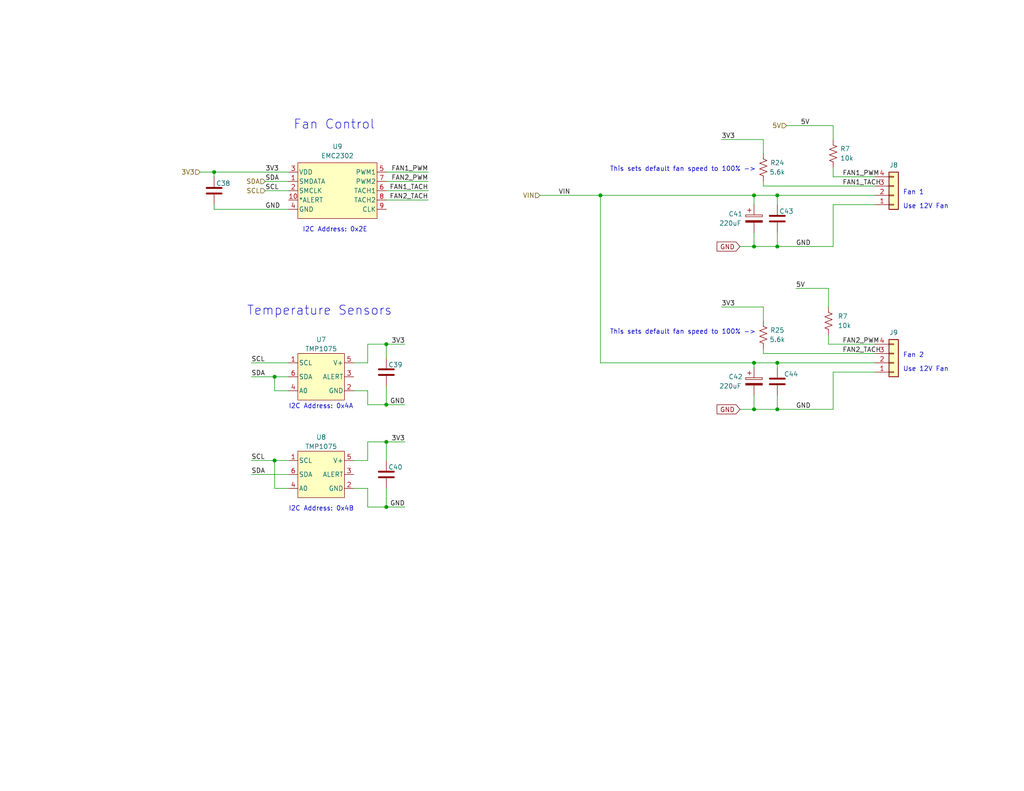
<source format=kicad_sch>
(kicad_sch (version 20231120) (generator "eeschema") (generator_version "8.0")
  (paper "A")
  (title_block (title "bitaxeHex") (date "2024-03-09") (rev "303"))
  (lib_symbols
    (symbol "Connector_Generic:Conn_01x04" (pin_names (offset 1.016) hide)
      (property "Reference" "J" (at 0 5.08 0))
      (property "Value" "Conn_01x04" (at 0 -7.62 0))
      (symbol "Conn_01x04_1_1"
        (rectangle (start -1.27 -4.953) (end 0 -5.207) (stroke (width 0.1524)))
        (rectangle (start -1.27 -2.413) (end 0 -2.667) (stroke (width 0.1524)))
        (rectangle (start -1.27 0.127) (end 0 -0.127) (stroke (width 0.1524)))
        (rectangle (start -1.27 2.667) (end 0 2.413) (stroke (width 0.1524)))
        (rectangle (start -1.27 3.81) (end 1.27 -6.35) (stroke (width 0.254)) (fill (type background)))
        (pin passive line (at -5.08 2.54 0) (length 3.81) (name "Pin_1") (number "1"))
        (pin passive line (at -5.08 0 0) (length 3.81) (name "Pin_2") (number "2"))
        (pin passive line (at -5.08 -2.54 0) (length 3.81) (name "Pin_3") (number "3"))
        (pin passive line (at -5.08 -5.08 0) (length 3.81) (name "Pin_4") (number "4"))
      )
    )
    (symbol "Device:C" (pin_numbers hide) (pin_names (offset 0.254))
      (property "Reference" "C" (at 0.635 2.54 0))
      (property "Value" "C" (at 0.635 -2.54 0))
      (symbol "C_0_1"
        (polyline (pts (xy -2.032 -0.762) (xy 2.032 -0.762)) (stroke (width 0.508)))
        (polyline (pts (xy -2.032 0.762) (xy 2.032 0.762)) (stroke (width 0.508)))
      )
      (symbol "C_1_1"
        (pin passive line (at 0 3.81 270) (length 2.794) (name "~") (number "1"))
        (pin passive line (at 0 -3.81 90) (length 2.794) (name "~") (number "2"))
      )
    )
    (symbol "Device:C_Polarized" (pin_numbers hide) (pin_names (offset 0.254))
      (property "Reference" "C" (at 0.635 2.54 0))
      (property "Value" "C_Polarized" (at 0.635 -2.54 0))
      (symbol "C_Polarized_0_1"
        (rectangle (start -2.286 0.508) (end 2.286 1.016))
        (polyline (pts (xy -1.778 2.286) (xy -0.762 2.286)))
        (polyline (pts (xy -1.27 2.794) (xy -1.27 1.778)))
        (rectangle (start 2.286 -0.508) (end -2.286 -1.016) (fill (type outline)))
      )
      (symbol "C_Polarized_1_1"
        (pin passive line (at 0 3.81 270) (length 2.794) (name "~") (number "1"))
        (pin passive line (at 0 -3.81 90) (length 2.794) (name "~") (number "2"))
      )
    )
    (symbol "Device:R_US" (pin_numbers hide) (pin_names (offset 0))
      (property "Reference" "R" (at 2.54 0 90))
      (property "Value" "R_US" (at -2.54 0 90))
      (symbol "R_US_0_1"
        (polyline (pts (xy 0 -2.286) (xy 0 -2.54)))
        (polyline (pts (xy 0 2.286) (xy 0 2.54)))
        (polyline (pts (xy 0 -0.762) (xy 1.016 -1.143) (xy 0 -1.524) (xy -1.016 -1.905) (xy 0 -2.286)))
        (polyline (pts (xy 0 0.762) (xy 1.016 0.381) (xy 0 0) (xy -1.016 -0.381) (xy 0 -0.762)))
        (polyline (pts (xy 0 2.286) (xy 1.016 1.905) (xy 0 1.524) (xy -1.016 1.143) (xy 0 0.762)))
      )
      (symbol "R_US_1_1"
        (pin passive line (at 0 3.81 270) (length 1.27) (name "~") (number "1"))
        (pin passive line (at 0 -3.81 90) (length 1.27) (name "~") (number "2"))
      )
    )
    (symbol "TMP1075NDRLR_1" (pin_names (offset 0.254))
      (property "Reference" "U15" (at 0 9.525 0))
      (property "Value" "TMP1075" (at 0 6.985 0))
      (symbol "TMP1075NDRLR_1_1_1"
        (rectangle (start -6.35 5.08) (end 6.35 -7.62) (fill (type background)))
        (pin input line (at -8.89 2.54 0) (length 2.54) (name "SCL") (number "1"))
        (pin power_out line (at 8.89 -5.08 180) (length 2.54) (name "GND") (number "2"))
        (pin output line (at 8.89 -1.27 180) (length 2.54) (name "ALERT") (number "3"))
        (pin input line (at -8.89 -5.08 0) (length 2.54) (name "A0") (number "4"))
        (pin power_in line (at 8.89 2.54 180) (length 2.54) (name "V+") (number "5"))
        (pin bidirectional line (at -8.89 -1.27 0) (length 2.54) (name "SDA") (number "6"))
      )
    )
    (symbol "bitaxe:EMC2302-2-AIZL-TR" (pin_names (offset 0.254))
      (property "Reference" "U" (at -8.89 8.89 0))
      (property "Value" "EMC2302-2-AIZL-TR" (at 7.62 -8.89 0))
      (symbol "EMC2302-2-AIZL-TR_0_1"
        (pin bidirectional line (at -11.43 2.54 0) (length 2.54) (name "SMDATA") (number "1"))
        (pin output line (at -11.43 -2.54 0) (length 2.54) (name "*ALERT") (number "10"))
        (pin input line (at -11.43 0 0) (length 2.54) (name "SMCLK") (number "2"))
        (pin power_in line (at -11.43 5.08 0) (length 2.54) (name "VDD") (number "3"))
        (pin power_in line (at -11.43 -5.08 0) (length 2.54) (name "GND") (number "4"))
        (pin output line (at 15.24 5.08 180) (length 2.54) (name "PWM1") (number "5"))
        (pin input line (at 15.24 0 180) (length 2.54) (name "TACH1") (number "6"))
        (pin output line (at 15.24 2.54 180) (length 2.54) (name "PWM2") (number "7"))
        (pin input line (at 15.24 -2.54 180) (length 2.54) (name "TACH2") (number "8"))
        (pin bidirectional line (at 15.24 -5.08 180) (length 2.54) (name "CLK") (number "9"))
      )
      (symbol "EMC2302-2-AIZL-TR_1_1"
        (rectangle (start -8.89 7.62) (end 12.7 -7.62) (fill (type background)))
      )
    )
  )
  (junction (at 205.74 111.76))
  (junction (at 212.09 111.76))
  (junction (at 58.42 46.99))
  (junction (at 105.41 110.49))
  (junction (at 205.74 99.06))
  (junction (at 74.93 125.73))
  (junction (at 212.09 53.34))
  (junction (at 212.09 99.06))
  (junction (at 205.74 53.34))
  (junction (at 105.41 120.65))
  (junction (at 163.83 53.34))
  (junction (at 105.41 138.43))
  (junction (at 74.93 102.87))
  (junction (at 105.41 93.98))
  (junction (at 205.74 67.31))
  (junction (at 212.09 67.31))
  (wire (pts (xy 58.42 55.88) (xy 58.42 57.15)))
  (wire (pts (xy 100.33 120.65) (xy 105.41 120.65)))
  (wire (pts (xy 205.74 107.95) (xy 205.74 111.76)))
  (wire (pts (xy 54.61 46.99) (xy 58.42 46.99)))
  (wire (pts (xy 72.39 52.07) (xy 78.74 52.07)))
  (wire (pts (xy 205.74 63.5) (xy 205.74 67.31)))
  (wire (pts (xy 227.33 38.1) (xy 227.33 34.29)))
  (wire (pts (xy 72.39 49.53) (xy 78.74 49.53)))
  (wire (pts (xy 208.28 95.25) (xy 208.28 96.52)))
  (wire (pts (xy 100.33 110.49) (xy 105.41 110.49)))
  (wire (pts (xy 205.74 99.06) (xy 212.09 99.06)))
  (wire (pts (xy 205.74 67.31) (xy 212.09 67.31)))
  (wire (pts (xy 58.42 46.99) (xy 78.74 46.99)))
  (wire (pts (xy 74.93 125.73) (xy 78.74 125.73)))
  (wire (pts (xy 201.93 111.76) (xy 205.74 111.76)))
  (wire (pts (xy 212.09 99.06) (xy 238.76 99.06)))
  (wire (pts (xy 105.41 54.61) (xy 116.84 54.61)))
  (wire (pts (xy 217.17 78.74) (xy 226.06 78.74)))
  (wire (pts (xy 100.33 93.98) (xy 105.41 93.98)))
  (wire (pts (xy 105.41 46.99) (xy 116.84 46.99)))
  (wire (pts (xy 68.58 125.73) (xy 74.93 125.73)))
  (wire (pts (xy 227.33 45.72) (xy 227.33 48.26)))
  (wire (pts (xy 100.33 99.06) (xy 100.33 93.98)))
  (wire (pts (xy 96.52 106.68) (xy 100.33 106.68)))
  (wire (pts (xy 226.06 91.44) (xy 226.06 93.98)))
  (wire (pts (xy 208.28 87.63) (xy 208.28 83.82)))
  (wire (pts (xy 208.28 50.8) (xy 238.76 50.8)))
  (wire (pts (xy 74.93 125.73) (xy 74.93 133.35)))
  (wire (pts (xy 205.74 53.34) (xy 212.09 53.34)))
  (wire (pts (xy 96.52 99.06) (xy 100.33 99.06)))
  (wire (pts (xy 205.74 111.76) (xy 212.09 111.76)))
  (wire (pts (xy 100.33 133.35) (xy 100.33 138.43)))
  (wire (pts (xy 227.33 55.88) (xy 227.33 67.31)))
  (wire (pts (xy 208.28 41.91) (xy 208.28 38.1)))
  (wire (pts (xy 105.41 120.65) (xy 110.49 120.65)))
  (wire (pts (xy 74.93 106.68) (xy 74.93 102.87)))
  (wire (pts (xy 100.33 138.43) (xy 105.41 138.43)))
  (wire (pts (xy 78.74 133.35) (xy 74.93 133.35)))
  (wire (pts (xy 163.83 53.34) (xy 205.74 53.34)))
  (wire (pts (xy 212.09 99.06) (xy 212.09 100.33)))
  (wire (pts (xy 74.93 102.87) (xy 78.74 102.87)))
  (wire (pts (xy 227.33 48.26) (xy 238.76 48.26)))
  (wire (pts (xy 205.74 99.06) (xy 205.74 100.33)))
  (wire (pts (xy 226.06 93.98) (xy 238.76 93.98)))
  (wire (pts (xy 105.41 110.49) (xy 110.49 110.49)))
  (wire (pts (xy 105.41 133.35) (xy 105.41 138.43)))
  (wire (pts (xy 105.41 120.65) (xy 105.41 125.73)))
  (wire (pts (xy 163.83 53.34) (xy 163.83 99.06)))
  (wire (pts (xy 212.09 111.76) (xy 227.33 111.76)))
  (wire (pts (xy 58.42 57.15) (xy 78.74 57.15)))
  (wire (pts (xy 212.09 53.34) (xy 212.09 55.88)))
  (wire (pts (xy 214.63 34.29) (xy 227.33 34.29)))
  (wire (pts (xy 227.33 55.88) (xy 238.76 55.88)))
  (wire (pts (xy 105.41 52.07) (xy 116.84 52.07)))
  (wire (pts (xy 100.33 106.68) (xy 100.33 110.49)))
  (wire (pts (xy 196.85 38.1) (xy 208.28 38.1)))
  (wire (pts (xy 212.09 53.34) (xy 238.76 53.34)))
  (wire (pts (xy 68.58 102.87) (xy 74.93 102.87)))
  (wire (pts (xy 96.52 125.73) (xy 100.33 125.73)))
  (wire (pts (xy 227.33 101.6) (xy 238.76 101.6)))
  (wire (pts (xy 208.28 49.53) (xy 208.28 50.8)))
  (wire (pts (xy 105.41 93.98) (xy 105.41 97.79)))
  (wire (pts (xy 212.09 107.95) (xy 212.09 111.76)))
  (wire (pts (xy 78.74 106.68) (xy 74.93 106.68)))
  (wire (pts (xy 227.33 101.6) (xy 227.33 111.76)))
  (wire (pts (xy 58.42 46.99) (xy 58.42 48.26)))
  (wire (pts (xy 226.06 78.74) (xy 226.06 83.82)))
  (wire (pts (xy 147.32 53.34) (xy 163.83 53.34)))
  (wire (pts (xy 96.52 133.35) (xy 100.33 133.35)))
  (wire (pts (xy 201.93 67.31) (xy 205.74 67.31)))
  (wire (pts (xy 163.83 99.06) (xy 205.74 99.06)))
  (wire (pts (xy 105.41 138.43) (xy 110.49 138.43)))
  (wire (pts (xy 205.74 53.34) (xy 205.74 55.88)))
  (wire (pts (xy 208.28 96.52) (xy 238.76 96.52)))
  (wire (pts (xy 212.09 67.31) (xy 227.33 67.31)))
  (wire (pts (xy 68.58 99.06) (xy 78.74 99.06)))
  (wire (pts (xy 105.41 49.53) (xy 116.84 49.53)))
  (wire (pts (xy 196.85 83.82) (xy 208.28 83.82)))
  (wire (pts (xy 105.41 93.98) (xy 110.49 93.98)))
  (wire (pts (xy 100.33 125.73) (xy 100.33 120.65)))
  (wire (pts (xy 68.58 129.54) (xy 78.74 129.54)))
  (wire (pts (xy 212.09 63.5) (xy 212.09 67.31)))
  (wire (pts (xy 105.41 105.41) (xy 105.41 110.49)))
  (text "I2C Address: 0x2E" (at 82.55 63.5 0) (effects (font (size 1.27 1.27)) (justify left bottom)))
  (text "Temperature Sensors" (at 67.31 86.36 0) (effects (font (size 2.5 2.5)) (justify left bottom)))
  (text "I2C Address: 0x4A" (at 78.74 111.76 0) (effects (font (size 1.27 1.27)) (justify left bottom)))
  (text "Fan Control" (at 80.01 35.56 0) (effects (font (size 2.5 2.5)) (justify left bottom)))
  (text "Fan 1" (at 246.38 53.34 0) (effects (font (size 1.27 1.27)) (justify left bottom)))
  (text "Use 12V Fan" (at 246.38 57.15 0) (effects (font (size 1.27 1.27)) (justify left bottom)))
  (text "Use 12V Fan" (at 246.38 101.6 0) (effects (font (size 1.27 1.27)) (justify left bottom)))
  (text "This sets default fan speed to 100% ->" (at 166.37 46.99 0) (effects (font (size 1.27 1.27)) (justify left bottom)))
  (text "Fan 2" (at 246.38 97.79 0) (effects (font (size 1.27 1.27)) (justify left bottom)))
  (text "This sets default fan speed to 100% ->" (at 166.37 91.44 0) (effects (font (size 1.27 1.27)) (justify left bottom)))
  (text "I2C Address: 0x4B" (at 78.74 139.7 0) (effects (font (size 1.27 1.27)) (justify left bottom)))
  (label "GND" (at 110.49 110.49 180))
  (label "SCL" (at 72.39 52.07 0))
  (label "GND" (at 72.39 57.15 0))
  (label "FAN1_TACH" (at 116.84 52.07 180))
  (label "3V3" (at 110.49 93.98 180))
  (label "SDA" (at 68.58 129.54 0))
  (label "3V3" (at 196.85 38.1 0))
  (label "SCL" (at 68.58 99.06 0))
  (label "SDA" (at 68.58 102.87 0))
  (label "FAN2_PWM" (at 116.84 49.53 180))
  (label "SCL" (at 68.58 125.73 0))
  (label "GND" (at 217.17 67.31 0))
  (label "5V" (at 218.44 34.29 0))
  (label "FAN1_PWM" (at 229.87 48.26 0))
  (label "FAN1_PWM" (at 116.84 46.99 180))
  (label "FAN2_TACH" (at 229.87 96.52 0))
  (label "SDA" (at 72.39 49.53 0))
  (label "FAN2_TACH" (at 116.84 54.61 180))
  (label "GND" (at 110.49 138.43 180))
  (label "3V3" (at 196.85 83.82 0))
  (label "3V3" (at 110.49 120.65 180))
  (label "GND" (at 217.17 111.76 0))
  (label "3V3" (at 72.39 46.99 0))
  (label "FAN2_PWM" (at 229.87 93.98 0))
  (label "VIN" (at 152.4 53.34 0))
  (label "5V" (at 217.17 78.74 0))
  (label "FAN1_TACH" (at 229.87 50.8 0))
  (global_label "GND" (shape input) (at 201.93 111.76 180) (property "Intersheetrefs" "${INTERSHEET_REFS}" (effects (hide yes))))
  (global_label "GND" (shape input) (at 201.93 67.31 180) (property "Intersheetrefs" "${INTERSHEET_REFS}" (effects (hide yes))))
  (hierarchical_label "5V" (shape input) (at 214.63 34.29 180))
  (hierarchical_label "VIN" (shape input) (at 147.32 53.34 180))
  (hierarchical_label "SCL" (shape input) (at 72.39 52.07 180))
  (hierarchical_label "SDA" (shape input) (at 72.39 49.53 180))
  (hierarchical_label "3V3" (shape input) (at 54.61 46.99 180))
  (symbol (lib_id "bitaxe:EMC2302-2-AIZL-TR") (at 90.17 52.07 0) (unit 1)
    (property "Reference" "U9" (at 92.075 40.005 0))
    (property "Value" "EMC2302" (at 92.075 42.545 0))
    (property "Footprint" "Package_SO:MSOP-10_3x3mm_P0.5mm" (effects (hide yes)))
    (property "Datasheet" "https://ww1.microchip.com/downloads/aemDocuments/documents/MSLD/ProductDocuments/DataSheets/EMC2301-2-3-5-Data-Sheet-DS20006532A.pdf" (effects (hide yes)))
    (property "DK" "EMC2302-2-AIZL-CT-ND" (effects (hide yes)))
    (property "PARTNO" "EMC2302-2-AIZL-TR" (effects (hide yes)))
  )
  (symbol (lib_id "Device:R_US") (at 227.33 41.91 180) (unit 1)
    (property "Reference" "R7" (at 229.235 40.64 0) (effects (justify right)))
    (property "Value" "10k" (at 229.235 43.18 0) (effects (justify right)))
    (property "Footprint" "Resistor_SMD:R_0402_1005Metric" (effects (hide yes)))
    (property "DK" "311-10KJRCT-ND" (effects (hide yes)))
    (property "PARTNO" "RC0402JR-0710KL" (effects (hide yes)))
    (instances (project "esp32" (path "" (reference "R7") (unit 1))) (project "bitaxeHex" (path "" (reference "R27") (unit 1))))
  )
  (symbol (lib_id "Device:C_Polarized") (at 205.74 104.14 0) (unit 1)
    (property "Reference" "C42" (at 198.755 102.87 0) (effects (justify left)))
    (property "Value" "220uF" (at 196.215 105.41 0) (effects (justify left)))
    (property "Footprint" "Capacitor_SMD:CP_Elec_6.3x7.7" (effects (hide yes)))
    (property "Datasheet" "https://www.we-online.com/components/products/datasheet/865080345012.pdf" (effects (hide yes)))
    (property "DK" "732-8422-1-ND" (effects (hide yes)))
    (property "PARTNO" "865080345012" (effects (hide yes)))
    (property "HEIGHT" "7.7mm" (effects (hide yes)))
  )
  (symbol (lib_id "Device:R_US") (at 208.28 45.72 180) (unit 1)
    (property "Reference" "R24" (at 212.09 44.45 0))
    (property "Value" "5.6k" (at 212.09 46.99 0))
    (property "Footprint" "Resistor_SMD:R_0402_1005Metric" (effects (hide yes)))
    (property "DK" "13-RC0402FR-135K6LCT-ND" (effects (hide yes)))
    (property "PARTNO" "RC0402FR-135K6L" (effects (hide yes)))
  )
  (symbol (lib_id "Device:C") (at 105.41 101.6 0) (mirror y) (unit 1)
    (property "Reference" "C39" (at 109.855 100.33 0) (effects (justify left bottom)))
    (property "Value" "311-3342-1-ND" (effects (hide yes)))
    (property "Footprint" "Capacitor_SMD:C_0402_1005Metric" (effects (hide yes)))
    (property "DK" "478-KGM05AR71C104KHCT-ND" (effects (hide yes)))
    (property "PARTNO" "KGM05AR71C104KH" (effects (hide yes)))
  )
  (symbol (lib_id "Device:C") (at 58.42 52.07 0) (mirror y) (unit 1)
    (property "Reference" "C38" (at 62.865 50.8 0) (effects (justify left bottom)))
    (property "Value" "311-3342-1-ND" (effects (hide yes)))
    (property "Footprint" "Capacitor_SMD:C_0402_1005Metric" (effects (hide yes)))
    (property "DK" "478-KGM05AR71C104KHCT-ND" (effects (hide yes)))
    (property "PARTNO" "KGM05AR71C104KH" (effects (hide yes)))
  )
  (symbol (lib_id "Device:C") (at 212.09 59.69 0) (mirror y) (unit 1)
    (property "Reference" "C43" (at 216.535 58.42 0) (effects (justify left bottom)))
    (property "Value" "311-3342-1-ND" (effects (hide yes)))
    (property "Footprint" "Capacitor_SMD:C_0402_1005Metric" (effects (hide yes)))
    (property "DK" "478-KGM05AR71C104KHCT-ND" (effects (hide yes)))
    (property "PARTNO" "KGM05AR71C104KH" (effects (hide yes)))
  )
  (symbol (lib_name "TMP1075NDRLR_1") (lib_id "bitaxe:TMP1075NDRLR") (at 87.63 128.27 0) (unit 1)
    (property "Reference" "U8" (at 87.63 119.38 0))
    (property "Value" "TMP1075" (at 87.63 121.92 0))
    (property "Footprint" "bitaxe:SOT5X3-6_DRL_TEX" (effects (hide yes)))
    (property "Datasheet" "https://www.ti.com/lit/ds/symlink/tmp1075.pdf" (effects (hide yes)))
    (property "DK" "296-TMP1075NDRLRCT-ND" (effects (hide yes)))
    (property "PARTNO" "TMP1075NDRLR" (effects (hide yes)))
  )
  (symbol (lib_id "Device:C") (at 212.09 104.14 0) (mirror y) (unit 1)
    (property "Reference" "C44" (at 217.805 102.87 0) (effects (justify left bottom)))
    (property "Value" "311-3342-1-ND" (effects (hide yes)))
    (property "Footprint" "Capacitor_SMD:C_0402_1005Metric" (effects (hide yes)))
    (property "DK" "478-KGM05AR71C104KHCT-ND" (effects (hide yes)))
    (property "PARTNO" "KGM05AR71C104KH" (effects (hide yes)))
  )
  (symbol (lib_id "Device:R_US") (at 208.28 91.44 180) (unit 1)
    (property "Reference" "R25" (at 212.09 90.17 0))
    (property "Value" "5.6k" (at 212.09 92.71 0))
    (property "Footprint" "Resistor_SMD:R_0402_1005Metric" (effects (hide yes)))
    (property "DK" "13-RC0402FR-135K6LCT-ND" (effects (hide yes)))
    (property "PARTNO" "RC0402FR-135K6L" (effects (hide yes)))
  )
  (symbol (lib_id "Device:R_US") (at 226.06 87.63 180) (unit 1)
    (property "Reference" "R7" (at 228.6 86.36 0) (effects (justify right)))
    (property "Value" "10k" (at 228.6 88.9 0) (effects (justify right)))
    (property "Footprint" "Resistor_SMD:R_0402_1005Metric" (effects (hide yes)))
    (property "DK" "311-10KJRCT-ND" (effects (hide yes)))
    (property "PARTNO" "RC0402JR-0710KL" (effects (hide yes)))
    (instances (project "esp32" (path "" (reference "R7") (unit 1))) (project "bitaxeHex" (path "" (reference "R26") (unit 1))))
  )
  (symbol (lib_id "Connector_Generic:Conn_01x04") (at 243.84 53.34 0) (mirror x) (unit 1)
    (property "Reference" "J8" (at 243.84 45.085 0))
    (property "Value" "Conn_01x04" (effects (hide yes)))
    (property "Footprint" "bitaxe:470531000" (effects (hide yes)))
    (property "PARTNO" "0470531000" (effects (hide yes)))
    (property "DK" "WM4330-ND" (effects (hide yes)))
  )
  (symbol (lib_id "Connector_Generic:Conn_01x04") (at 243.84 99.06 0) (mirror x) (unit 1)
    (property "Reference" "J9" (at 243.84 90.805 0))
    (property "Value" "Conn_01x04" (effects (hide yes)))
    (property "Footprint" "bitaxe:470531000" (effects (hide yes)))
    (property "PARTNO" "0470531000" (effects (hide yes)))
    (property "DK" "WM4330-ND" (effects (hide yes)))
  )
  (symbol (lib_id "Device:C") (at 105.41 129.54 0) (mirror y) (unit 1)
    (property "Reference" "C40" (at 109.855 128.27 0) (effects (justify left bottom)))
    (property "Value" "311-3342-1-ND" (effects (hide yes)))
    (property "Footprint" "Capacitor_SMD:C_0402_1005Metric" (effects (hide yes)))
    (property "DK" "478-KGM05AR71C104KHCT-ND" (effects (hide yes)))
    (property "PARTNO" "KGM05AR71C104KH" (effects (hide yes)))
  )
  (symbol (lib_name "TMP1075NDRLR_1") (lib_id "bitaxe:TMP1075NDRLR") (at 87.63 101.6 0) (unit 1)
    (property "Reference" "U7" (at 87.63 92.71 0))
    (property "Value" "TMP1075" (at 87.63 95.25 0))
    (property "Footprint" "bitaxe:SOT5X3-6_DRL_TEX" (effects (hide yes)))
    (property "Datasheet" "https://www.ti.com/lit/ds/symlink/tmp1075.pdf" (effects (hide yes)))
    (property "DK" "296-TMP1075NDRLRCT-ND" (effects (hide yes)))
    (property "PARTNO" "TMP1075NDRLR" (effects (hide yes)))
  )
  (symbol (lib_id "Device:C_Polarized") (at 205.74 59.69 0) (unit 1)
    (property "Reference" "C41" (at 198.755 58.42 0) (effects (justify left)))
    (property "Value" "220uF" (at 196.215 60.96 0) (effects (justify left)))
    (property "Footprint" "Capacitor_SMD:CP_Elec_6.3x7.7" (effects (hide yes)))
    (property "Datasheet" "https://www.we-online.com/components/products/datasheet/865080345012.pdf" (effects (hide yes)))
    (property "DK" "732-8422-1-ND" (effects (hide yes)))
    (property "PARTNO" "865080345012" (effects (hide yes)))
    (property "HEIGHT" "7.7mm" (effects (hide yes)))
  )
)
</source>
